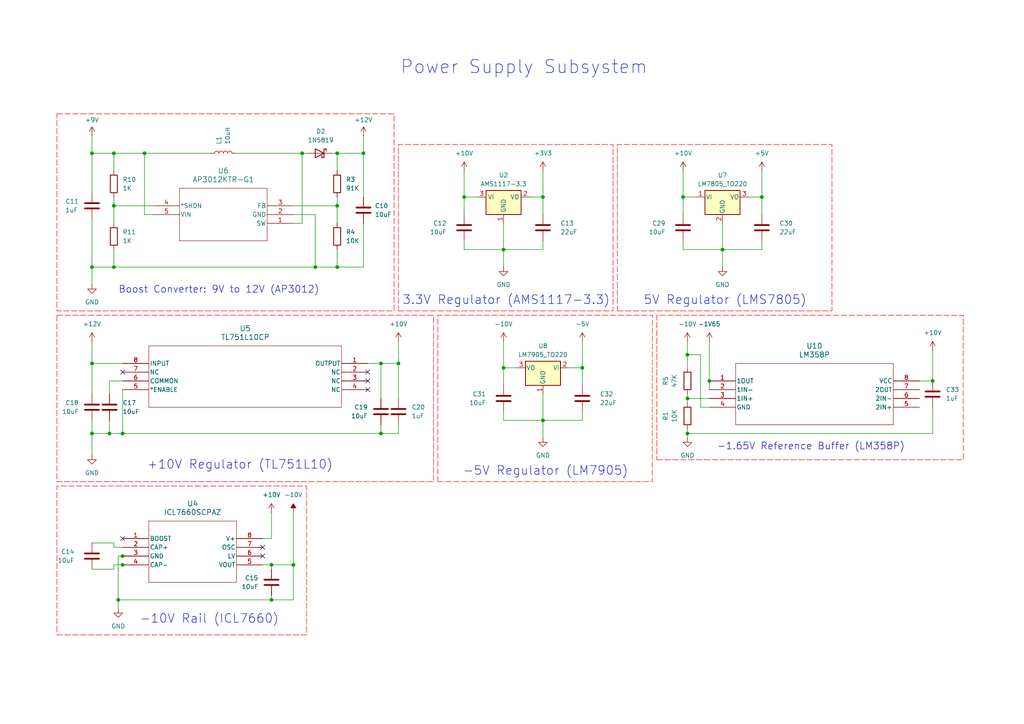
<source format=kicad_sch>
(kicad_sch (version 20250114) (generator "eeschema") (generator_version "9.0")
  (paper "A4")
  (lib_symbols
    (symbol "2025-04-09_23-15-12:TL751L10CP" (pin_names (offset 0.254))
      (property "Reference" "U" (at 35.56 10.16 0))
      (property "Value" "TL751L10CP" (at 35.56 7.62 0))
      (symbol "TL751L10CP_0_1"
        (polyline (pts (xy 7.62 5.08) (xy 7.62 -12.7)) (stroke (width 0.127)))
        (polyline (pts (xy 7.62 -12.7) (xy 63.5 -12.7)) (stroke (width 0.127)))
        (polyline (pts (xy 63.5 5.08) (xy 7.62 5.08)) (stroke (width 0.127)))
        (polyline (pts (xy 63.5 -12.7) (xy 63.5 5.08)) (stroke (width 0.127)))
        (pin output line (at 0 0 0) (length 7.62) (name "OUTPUT") (number "1"))
        (pin unspecified line (at 0 -2.54 0) (length 7.62) (name "NC") (number "2"))
        (pin unspecified line (at 0 -5.08 0) (length 7.62) (name "NC") (number "3"))
        (pin unspecified line (at 0 -7.62 0) (length 7.62) (name "NC") (number "4"))
        (pin input line (at 71.12 0 180) (length 7.62) (name "INPUT") (number "8"))
        (pin unspecified line (at 71.12 -2.54 180) (length 7.62) (name "NC") (number "7"))
        (pin unspecified line (at 71.12 -5.08 180) (length 7.62) (name "COMMON") (number "6"))
        (pin unspecified line (at 71.12 -7.62 180) (length 7.62) (name "*ENABLE") (number "5"))
      )
    )
    (symbol "2025-04-09_23-31-18:ICL7660SCPAZ" (pin_names (offset 0.254))
      (property "Reference" "U" (at 20.32 10.16 0))
      (property "Value" "ICL7660SCPAZ" (at 20.32 7.62 0))
      (symbol "ICL7660SCPAZ_0_1"
        (polyline (pts (xy 7.62 5.08) (xy 7.62 -12.7)) (stroke (width 0.127)))
        (polyline (pts (xy 7.62 -12.7) (xy 33.02 -12.7)) (stroke (width 0.127)))
        (polyline (pts (xy 33.02 5.08) (xy 7.62 5.08)) (stroke (width 0.127)))
        (polyline (pts (xy 33.02 -12.7) (xy 33.02 5.08)) (stroke (width 0.127)))
        (pin unspecified line (at 0 0 0) (length 7.62) (name "BOOST") (number "1"))
        (pin unspecified line (at 0 -2.54 0) (length 7.62) (name "CAP+") (number "2"))
        (pin power_in line (at 0 -5.08 0) (length 7.62) (name "GND") (number "3"))
        (pin unspecified line (at 0 -7.62 0) (length 7.62) (name "CAP-") (number "4"))
        (pin power_in line (at 40.64 0 180) (length 7.62) (name "V+") (number "8"))
        (pin unspecified line (at 40.64 -2.54 180) (length 7.62) (name "OSC") (number "7"))
        (pin unspecified line (at 40.64 -5.08 180) (length 7.62) (name "LV") (number "6"))
        (pin output line (at 40.64 -7.62 180) (length 7.62) (name "VOUT") (number "5"))
      )
    )
    (symbol "2025-04-09_23-40-38:AP3012KTR-G1" (pin_names (offset 0.254))
      (property "Reference" "U6" (at 20.32 10.16 0))
      (property "Value" "AP3012KTR-G1" (at 20.32 7.62 0))
      (symbol "AP3012KTR-G1_0_1"
        (polyline (pts (xy 7.62 5.08) (xy 7.62 -10.16)) (stroke (width 0.127)))
        (polyline (pts (xy 7.62 -10.16) (xy 33.02 -10.16)) (stroke (width 0.127)))
        (polyline (pts (xy 33.02 5.08) (xy 7.62 5.08)) (stroke (width 0.127)))
        (polyline (pts (xy 33.02 -10.16) (xy 33.02 5.08)) (stroke (width 0.127)))
      )
      (symbol "AP3012KTR-G1_1_1"
        (pin unspecified line (at 0 0 0) (length 7.62) (name "*SHDN") (number "4"))
        (pin power_out line (at 0 -2.54 0) (length 7.62) (name "VIN") (number "5"))
        (pin power_in line (at 40.64 0 180) (length 7.62) (name "FB") (number "3"))
        (pin unspecified line (at 40.64 -2.54 180) (length 7.62) (name "GND") (number "2"))
        (pin unspecified line (at 40.64 -5.08 180) (length 7.62) (name "SW") (number "1"))
      )
    )
    (symbol "2025-05-03_03-20-08:LM358P" (pin_names (offset 0.254))
      (property "Reference" "U" (at 30.48 10.16 0))
      (property "Value" "LM358P" (at 30.48 7.62 0))
      (symbol "LM358P_0_1"
        (polyline (pts (xy 7.62 5.08) (xy 7.62 -12.7)) (stroke (width 0.127)))
        (polyline (pts (xy 7.62 -12.7) (xy 53.34 -12.7)) (stroke (width 0.127)))
        (polyline (pts (xy 53.34 5.08) (xy 7.62 5.08)) (stroke (width 0.127)))
        (polyline (pts (xy 53.34 -12.7) (xy 53.34 5.08)) (stroke (width 0.127)))
        (pin output line (at 0 0 0) (length 7.62) (name "1OUT") (number "1"))
        (pin input line (at 0 -2.54 0) (length 7.62) (name "1IN-") (number "2"))
        (pin input line (at 0 -5.08 0) (length 7.62) (name "1IN+") (number "3"))
        (pin power_in line (at 0 -7.62 0) (length 7.62) (name "GND") (number "4"))
        (pin power_in line (at 60.96 0 180) (length 7.62) (name "VCC") (number "8"))
        (pin output line (at 60.96 -2.54 180) (length 7.62) (name "2OUT") (number "7"))
        (pin input line (at 60.96 -5.08 180) (length 7.62) (name "2IN-") (number "6"))
        (pin input line (at 60.96 -7.62 180) (length 7.62) (name "2IN+") (number "5"))
      )
    )
    (symbol "Device:C" (pin_numbers (hide yes)) (pin_names (offset 0.254))
      (property "Reference" "C" (at 0.635 2.54 0))
      (property "Value" "C" (at 0.635 -2.54 0))
      (symbol "C_0_1"
        (polyline (pts (xy -2.032 0.762) (xy 2.032 0.762)) (stroke (width 0.508)))
        (polyline (pts (xy -2.032 -0.762) (xy 2.032 -0.762)) (stroke (width 0.508)))
      )
      (symbol "C_1_1"
        (pin passive line (at 0 3.81 270) (length 2.794) (name "~") (number "1"))
        (pin passive line (at 0 -3.81 90) (length 2.794) (name "~") (number "2"))
      )
    )
    (symbol "Device:L" (pin_numbers (hide yes)) (pin_names (offset 1.016) (hide yes))
      (property "Reference" "L" (at -1.27 0 90))
      (property "Value" "L" (at 1.905 0 90))
      (symbol "L_0_1"
        (arc (start 0 2.54) (mid 0.6323 1.905) (end 0 1.27))
        (arc (start 0 1.27) (mid 0.6323 0.635) (end 0 0))
        (arc (start 0 0) (mid 0.6323 -0.635) (end 0 -1.27))
        (arc (start 0 -1.27) (mid 0.6323 -1.905) (end 0 -2.54))
      )
      (symbol "L_1_1"
        (pin passive line (at 0 3.81 270) (length 1.27) (name "1") (number "1"))
        (pin passive line (at 0 -3.81 90) (length 1.27) (name "2") (number "2"))
      )
    )
    (symbol "Device:R" (pin_numbers (hide yes)) (pin_names (offset 0))
      (property "Reference" "R" (at 2.032 0 90))
      (property "Value" "R" (at 0 0 90))
      (symbol "R_0_1"
        (rectangle (start -1.016 -2.54) (end 1.016 2.54) (stroke (width 0.254)))
      )
      (symbol "R_1_1"
        (pin passive line (at 0 3.81 270) (length 1.27) (name "~") (number "1"))
        (pin passive line (at 0 -3.81 90) (length 1.27) (name "~") (number "2"))
      )
    )
    (symbol "Diode:1N5819" (pin_numbers (hide yes)) (pin_names (offset 1.016) (hide yes))
      (property "Reference" "D" (at 0 2.54 0))
      (property "Value" "1N5819" (at 0 -2.54 0))
      (symbol "1N5819_0_1"
        (polyline (pts (xy -1.905 0.635) (xy -1.905 1.27) (xy -1.27 1.27) (xy -1.27 -1.27) (xy -0.635 -1.27) (xy -0.635 -0.635)) (stroke (width 0.254)))
        (polyline (pts (xy 1.27 1.27) (xy 1.27 -1.27) (xy -1.27 0) (xy 1.27 1.27)) (stroke (width 0.254)))
        (polyline (pts (xy 1.27 0) (xy -1.27 0)))
      )
      (symbol "1N5819_1_1"
        (pin passive line (at -3.81 0 0) (length 2.54) (name "K") (number "1"))
        (pin passive line (at 3.81 0 180) (length 2.54) (name "A") (number "2"))
      )
    )
    (symbol "Regulator_Linear:AMS1117-3.3"
      (property "Reference" "U" (at -3.81 3.175 0))
      (property "Value" "AMS1117-3.3" (at 0 3.175 0))
      (symbol "AMS1117-3.3_0_1"
        (rectangle (start -5.08 -5.08) (end 5.08 1.905) (stroke (width 0.254)) (fill (type background)))
      )
      (symbol "AMS1117-3.3_1_1"
        (pin power_in line (at -7.62 0 0) (length 2.54) (name "VI") (number "3"))
        (pin power_in line (at 0 -7.62 90) (length 2.54) (name "GND") (number "1"))
        (pin power_out line (at 7.62 0 180) (length 2.54) (name "VO") (number "2"))
      )
    )
    (symbol "Regulator_Linear:LM7805_TO220" (pin_names (offset 0.254))
      (property "Reference" "U" (at -3.81 3.175 0))
      (property "Value" "LM7805_TO220" (at 0 3.175 0))
      (symbol "LM7805_TO220_0_1"
        (rectangle (start -5.08 1.905) (end 5.08 -5.08) (stroke (width 0.254)) (fill (type background)))
      )
      (symbol "LM7805_TO220_1_1"
        (pin power_in line (at -7.62 0 0) (length 2.54) (name "VI") (number "1"))
        (pin power_in line (at 0 -7.62 90) (length 2.54) (name "GND") (number "2"))
        (pin power_out line (at 7.62 0 180) (length 2.54) (name "VO") (number "3"))
      )
    )
    (symbol "Regulator_Linear:LM7905_TO220" (pin_names (offset 0.254))
      (property "Reference" "U" (at -3.81 -3.175 0))
      (property "Value" "LM7905_TO220" (at 0 -3.175 0))
      (symbol "LM7905_TO220_0_1"
        (rectangle (start -5.08 5.08) (end 5.08 -1.905) (stroke (width 0.254)) (fill (type background)))
      )
      (symbol "LM7905_TO220_1_1"
        (pin power_in line (at -7.62 0 0) (length 2.54) (name "VI") (number "2"))
        (pin power_in line (at 0 7.62 270) (length 2.54) (name "GND") (number "1"))
        (pin power_out line (at 7.62 0 180) (length 2.54) (name "VO") (number "3"))
      )
    )
    (symbol "power:+10V" (power) (pin_numbers (hide yes)) (pin_names (offset 0) (hide yes))
      (property "Value" "+10V" (at 0 3.556 0))
      (symbol "+10V_0_1"
        (polyline (pts (xy -0.762 1.27) (xy 0 2.54)))
        (polyline (pts (xy 0 2.54) (xy 0.762 1.27)))
        (polyline (pts (xy 0 0) (xy 0 2.54)))
      )
      (symbol "+10V_1_1"
        (pin power_in line (at 0 0 90) (length 0) (name "~") (number "1"))
      )
    )
    (symbol "power:+12V" (power) (pin_numbers (hide yes)) (pin_names (offset 0) (hide yes))
      (property "Value" "+12V" (at 0 3.556 0))
      (symbol "+12V_0_1"
        (polyline (pts (xy -0.762 1.27) (xy 0 2.54)))
        (polyline (pts (xy 0 2.54) (xy 0.762 1.27)))
        (polyline (pts (xy 0 0) (xy 0 2.54)))
      )
      (symbol "+12V_1_1"
        (pin power_in line (at 0 0 90) (length 0) (name "~") (number "1"))
      )
    )
    (symbol "power:+3V3" (power) (pin_numbers (hide yes)) (pin_names (offset 0) (hide yes))
      (property "Value" "+3V3" (at 0 3.556 0))
      (symbol "+3V3_0_1"
        (polyline (pts (xy -0.762 1.27) (xy 0 2.54)))
        (polyline (pts (xy 0 2.54) (xy 0.762 1.27)))
        (polyline (pts (xy 0 0) (xy 0 2.54)))
      )
      (symbol "+3V3_1_1"
        (pin power_in line (at 0 0 90) (length 0) (name "~") (number "1"))
      )
    )
    (symbol "power:+9V" (power) (pin_numbers (hide yes)) (pin_names (offset 0) (hide yes))
      (property "Value" "+9V" (at 0 3.556 0))
      (symbol "+9V_0_1"
        (polyline (pts (xy -0.762 1.27) (xy 0 2.54)))
        (polyline (pts (xy 0 2.54) (xy 0.762 1.27)))
        (polyline (pts (xy 0 0) (xy 0 2.54)))
      )
      (symbol "+9V_1_1"
        (pin power_in line (at 0 0 90) (length 0) (name "~") (number "1"))
      )
    )
    (symbol "power:-10V" (power) (pin_numbers (hide yes)) (pin_names (offset 0) (hide yes))
      (property "Value" "-10V" (at 0 3.556 0))
      (symbol "-10V_0_0"
        (pin power_in line (at 0 0 90) (length 0) (name "~") (number "1"))
      )
      (symbol "-10V_0_1"
        (polyline (pts (xy 0 0) (xy 0 1.27) (xy 0.762 1.27) (xy 0 2.54) (xy -0.762 1.27) (xy 0 1.27)) (fill (type outline)))
      )
    )
    (symbol "power:GND" (power) (pin_numbers (hide yes)) (pin_names (offset 0) (hide yes))
      (property "Value" "GND" (at 0 -3.81 0))
      (symbol "GND_0_1"
        (polyline (pts (xy 0 0) (xy 0 -1.27) (xy 1.27 -1.27) (xy 0 -2.54) (xy -1.27 -1.27) (xy 0 -1.27)))
      )
      (symbol "GND_1_1"
        (pin power_in line (at 0 0 270) (length 0) (name "~") (number "1"))
      )
    )
  )
  (text "Power Supply Subsystem " (at 153.416 19.558 0) (effects (font (size 3.81 3.81))))
  (text "-1.65V Reference Buffer (LM358P)" (at 235.204 129.54 0) (effects (font (size 2.032 2.032))))
  (text "5V Regulator (LMS7805)" (at 210.312 87.122 0) (effects (font (size 2.54 2.54))))
  (text "+10V Regulator (TL751L10)" (at 69.596 134.874 0) (effects (font (size 2.54 2.54))))
  (text "-5V Regulator (LM7905)" (at 158.242 136.652 0) (effects (font (size 2.54 2.54))))
  (text "−10V Rail (ICL7660)" (at 60.706 179.578 0) (effects (font (size 2.54 2.54))))
  (text "Boost Converter: 9V to 12V (AP3012)" (at 63.5 84.074 0) (effects (font (size 2.032 2.032))))
  (text "3.3V Regulator (AMS1117-3.3)" (at 146.812 87.122 0) (effects (font (size 2.54 2.54))))
  (junction (at 97.79 77.47))
  (junction (at 168.91 106.68))
  (junction (at 41.91 44.45))
  (junction (at 97.79 59.69))
  (junction (at 199.39 125.73))
  (junction (at 146.05 72.39))
  (junction (at 209.55 72.39))
  (junction (at 31.75 125.73))
  (junction (at 270.51 110.49))
  (junction (at 26.67 105.41))
  (junction (at 105.41 44.45))
  (junction (at 78.74 163.83))
  (junction (at 97.79 44.45))
  (junction (at 35.56 161.29))
  (junction (at 157.48 57.15))
  (junction (at 205.74 110.49))
  (junction (at 26.67 44.45))
  (junction (at 146.05 106.68))
  (junction (at 110.49 105.41))
  (junction (at 33.02 59.69))
  (junction (at 35.56 125.73))
  (junction (at 33.02 44.45))
  (junction (at 199.39 115.57))
  (junction (at 115.57 105.41))
  (junction (at 26.67 77.47))
  (junction (at 110.49 125.73))
  (junction (at 85.09 163.83))
  (junction (at 78.74 173.99))
  (junction (at 26.67 125.73))
  (junction (at 199.39 102.87))
  (junction (at 198.12 57.15))
  (junction (at 34.29 173.99))
  (junction (at 35.56 163.83))
  (junction (at 33.02 77.47))
  (junction (at 91.44 77.47))
  (junction (at 220.98 57.15))
  (junction (at 157.48 121.92))
  (junction (at 87.63 44.45))
  (junction (at 134.62 57.15))
  (no_connect (at 35.56 107.95))
  (no_connect (at 76.2 161.29))
  (no_connect (at 106.68 107.95))
  (no_connect (at 106.68 110.49))
  (no_connect (at 35.56 156.21))
  (no_connect (at 106.68 113.03))
  (no_connect (at 76.2 158.75))
  (wire (pts (xy 33.02 165.1) (xy 26.67 165.1)))
  (wire (pts (xy 26.67 132.08) (xy 26.67 125.73)))
  (wire (pts (xy 146.05 106.68) (xy 146.05 111.76)))
  (wire (pts (xy 165.1 106.68) (xy 168.91 106.68)))
  (wire (pts (xy 33.02 157.48) (xy 33.02 158.75)))
  (wire (pts (xy 26.67 105.41) (xy 26.67 114.3)))
  (wire (pts (xy 199.39 127) (xy 199.39 125.73)))
  (wire (pts (xy 33.02 59.69) (xy 33.02 64.77)))
  (wire (pts (xy 41.91 62.23) (xy 41.91 44.45)))
  (wire (pts (xy 85.09 163.83) (xy 85.09 173.99)))
  (wire (pts (xy 31.75 121.92) (xy 31.75 125.73)))
  (wire (pts (xy 153.67 57.15) (xy 157.48 57.15)))
  (wire (pts (xy 85.09 59.69) (xy 97.79 59.69)))
  (wire (pts (xy 87.63 44.45) (xy 87.63 64.77)))
  (wire (pts (xy 105.41 39.37) (xy 105.41 44.45)))
  (wire (pts (xy 157.48 69.85) (xy 157.48 72.39)))
  (wire (pts (xy 220.98 72.39) (xy 209.55 72.39)))
  (wire (pts (xy 26.67 125.73) (xy 31.75 125.73)))
  (wire (pts (xy 149.86 106.68) (xy 146.05 106.68)))
  (wire (pts (xy 198.12 69.85) (xy 198.12 72.39)))
  (wire (pts (xy 85.09 148.59) (xy 85.09 163.83)))
  (wire (pts (xy 38.1 161.29) (xy 35.56 161.29)))
  (wire (pts (xy 199.39 99.06) (xy 199.39 102.87)))
  (wire (pts (xy 78.74 173.99) (xy 85.09 173.99)))
  (wire (pts (xy 157.48 72.39) (xy 146.05 72.39)))
  (wire (pts (xy 157.48 57.15) (xy 157.48 62.23)))
  (wire (pts (xy 31.75 110.49) (xy 31.75 114.3)))
  (wire (pts (xy 134.62 57.15) (xy 134.62 62.23)))
  (wire (pts (xy 203.2 118.11) (xy 203.2 102.87)))
  (wire (pts (xy 26.67 121.92) (xy 26.67 125.73)))
  (wire (pts (xy 78.74 165.1) (xy 78.74 163.83)))
  (wire (pts (xy 97.79 72.39) (xy 97.79 77.47)))
  (wire (pts (xy 76.2 156.21) (xy 78.74 156.21)))
  (wire (pts (xy 205.74 99.06) (xy 205.74 110.49)))
  (wire (pts (xy 26.67 39.37) (xy 26.67 44.45)))
  (wire (pts (xy 35.56 163.83) (xy 33.02 163.83)))
  (wire (pts (xy 26.67 44.45) (xy 33.02 44.45)))
  (wire (pts (xy 35.56 110.49) (xy 31.75 110.49)))
  (wire (pts (xy 209.55 72.39) (xy 209.55 77.47)))
  (wire (pts (xy 105.41 77.47) (xy 97.79 77.47)))
  (wire (pts (xy 91.44 62.23) (xy 91.44 77.47)))
  (wire (pts (xy 33.02 77.47) (xy 91.44 77.47)))
  (wire (pts (xy 134.62 72.39) (xy 146.05 72.39)))
  (wire (pts (xy 198.12 72.39) (xy 209.55 72.39)))
  (wire (pts (xy 35.56 161.29) (xy 34.29 161.29)))
  (wire (pts (xy 115.57 123.19) (xy 115.57 125.73)))
  (wire (pts (xy 199.39 102.87) (xy 199.39 106.68)))
  (wire (pts (xy 33.02 57.15) (xy 33.02 59.69)))
  (wire (pts (xy 199.39 116.84) (xy 199.39 115.57)))
  (wire (pts (xy 157.48 121.92) (xy 157.48 127)))
  (wire (pts (xy 33.02 72.39) (xy 33.02 77.47)))
  (wire (pts (xy 35.56 113.03) (xy 35.56 125.73)))
  (wire (pts (xy 134.62 69.85) (xy 134.62 72.39)))
  (wire (pts (xy 199.39 115.57) (xy 205.74 115.57)))
  (wire (pts (xy 168.91 121.92) (xy 157.48 121.92)))
  (wire (pts (xy 270.51 125.73) (xy 199.39 125.73)))
  (wire (pts (xy 97.79 44.45) (xy 96.52 44.45)))
  (wire (pts (xy 85.09 62.23) (xy 91.44 62.23)))
  (wire (pts (xy 146.05 119.38) (xy 146.05 121.92)))
  (wire (pts (xy 134.62 49.53) (xy 134.62 57.15)))
  (wire (pts (xy 78.74 163.83) (xy 85.09 163.83)))
  (wire (pts (xy 33.02 44.45) (xy 33.02 49.53)))
  (wire (pts (xy 203.2 102.87) (xy 199.39 102.87)))
  (wire (pts (xy 220.98 49.53) (xy 220.98 57.15)))
  (wire (pts (xy 198.12 49.53) (xy 198.12 57.15)))
  (wire (pts (xy 38.1 163.83) (xy 35.56 163.83)))
  (wire (pts (xy 105.41 44.45) (xy 97.79 44.45)))
  (wire (pts (xy 87.63 44.45) (xy 88.9 44.45)))
  (wire (pts (xy 34.29 176.53) (xy 34.29 173.99)))
  (wire (pts (xy 85.09 64.77) (xy 87.63 64.77)))
  (wire (pts (xy 205.74 118.11) (xy 203.2 118.11)))
  (wire (pts (xy 270.51 101.6) (xy 270.51 110.49)))
  (wire (pts (xy 106.68 105.41) (xy 110.49 105.41)))
  (wire (pts (xy 138.43 57.15) (xy 134.62 57.15)))
  (wire (pts (xy 270.51 118.11) (xy 270.51 125.73)))
  (wire (pts (xy 220.98 57.15) (xy 220.98 62.23)))
  (wire (pts (xy 168.91 106.68) (xy 168.91 111.76)))
  (wire (pts (xy 199.39 114.3) (xy 199.39 115.57)))
  (wire (pts (xy 110.49 105.41) (xy 110.49 115.57)))
  (wire (pts (xy 201.93 57.15) (xy 198.12 57.15)))
  (wire (pts (xy 199.39 124.46) (xy 199.39 125.73)))
  (wire (pts (xy 33.02 59.69) (xy 44.45 59.69)))
  (wire (pts (xy 97.79 44.45) (xy 97.79 49.53)))
  (wire (pts (xy 105.41 44.45) (xy 105.41 57.15)))
  (wire (pts (xy 31.75 125.73) (xy 35.56 125.73)))
  (wire (pts (xy 26.67 105.41) (xy 35.56 105.41)))
  (wire (pts (xy 97.79 57.15) (xy 97.79 59.69)))
  (wire (pts (xy 209.55 64.77) (xy 209.55 72.39)))
  (wire (pts (xy 115.57 99.06) (xy 115.57 105.41)))
  (wire (pts (xy 26.67 77.47) (xy 26.67 82.55)))
  (wire (pts (xy 97.79 77.47) (xy 91.44 77.47)))
  (wire (pts (xy 78.74 172.72) (xy 78.74 173.99)))
  (wire (pts (xy 34.29 161.29) (xy 34.29 173.99)))
  (wire (pts (xy 146.05 99.06) (xy 146.05 106.68)))
  (wire (pts (xy 87.63 44.45) (xy 68.58 44.45)))
  (wire (pts (xy 157.48 49.53) (xy 157.48 57.15)))
  (wire (pts (xy 41.91 44.45) (xy 60.96 44.45)))
  (wire (pts (xy 146.05 72.39) (xy 146.05 77.47)))
  (wire (pts (xy 35.56 125.73) (xy 110.49 125.73)))
  (wire (pts (xy 266.7 110.49) (xy 270.51 110.49)))
  (wire (pts (xy 33.02 163.83) (xy 33.02 165.1)))
  (wire (pts (xy 26.67 99.06) (xy 26.67 105.41)))
  (wire (pts (xy 198.12 57.15) (xy 198.12 62.23)))
  (wire (pts (xy 217.17 57.15) (xy 220.98 57.15)))
  (wire (pts (xy 168.91 99.06) (xy 168.91 106.68)))
  (wire (pts (xy 146.05 121.92) (xy 157.48 121.92)))
  (wire (pts (xy 115.57 125.73) (xy 110.49 125.73)))
  (wire (pts (xy 26.67 63.5) (xy 26.67 77.47)))
  (wire (pts (xy 205.74 113.03) (xy 205.74 110.49)))
  (wire (pts (xy 33.02 158.75) (xy 35.56 158.75)))
  (wire (pts (xy 157.48 114.3) (xy 157.48 121.92)))
  (wire (pts (xy 44.45 62.23) (xy 41.91 62.23)))
  (wire (pts (xy 105.41 64.77) (xy 105.41 77.47)))
  (wire (pts (xy 115.57 105.41) (xy 115.57 115.57)))
  (wire (pts (xy 26.67 157.48) (xy 33.02 157.48)))
  (wire (pts (xy 220.98 69.85) (xy 220.98 72.39)))
  (wire (pts (xy 34.29 173.99) (xy 78.74 173.99)))
  (wire (pts (xy 168.91 119.38) (xy 168.91 121.92)))
  (wire (pts (xy 78.74 163.83) (xy 76.2 163.83)))
  (wire (pts (xy 97.79 59.69) (xy 97.79 64.77)))
  (wire (pts (xy 33.02 44.45) (xy 41.91 44.45)))
  (wire (pts (xy 146.05 64.77) (xy 146.05 72.39)))
  (wire (pts (xy 26.67 44.45) (xy 26.67 55.88)))
  (wire (pts (xy 110.49 105.41) (xy 115.57 105.41)))
  (wire (pts (xy 78.74 148.59) (xy 78.74 156.21)))
  (wire (pts (xy 26.67 77.47) (xy 33.02 77.47)))
  (wire (pts (xy 110.49 123.19) (xy 110.49 125.73)))
  (rule_area (polyline (pts (xy 190.5 133.35) (xy 279.4 133.35) (xy 279.4 91.44) (xy 190.5 91.44)) (stroke (width 0) (type dash))))
  (rule_area (polyline (pts (xy 16.51 184.15) (xy 88.9 184.15) (xy 88.9 140.97) (xy 16.51 140.97)) (stroke (width 0) (type dash))))
  (rule_area (polyline (pts (xy 127 139.7) (xy 189.23 139.7) (xy 189.23 91.44) (xy 127 91.44)) (stroke (width 0) (type dash))))
  (rule_area (polyline (pts (xy 16.51 91.44) (xy 125.73 91.44) (xy 125.73 139.7) (xy 16.51 139.7)) (stroke (width 0) (type dash))))
  (rule_area (polyline (pts (xy 115.57 90.17) (xy 177.8 90.17) (xy 177.8 41.91) (xy 115.57 41.91)) (stroke (width 0) (type dash))))
  (rule_area (polyline (pts (xy 16.51 33.02) (xy 114.3 33.02) (xy 114.3 90.17) (xy 16.51 90.17)) (stroke (width 0) (type dash))))
  (rule_area (polyline (pts (xy 179.07 90.17) (xy 241.3 90.17) (xy 241.3 41.91) (xy 179.07 41.91)) (stroke (width 0) (type dash))))
  (symbol (lib_id "Device:C") (at 134.62 66.04 0) (mirror y) (unit 1)
    (property "Reference" "C12" (at 129.54 64.7699 0) (effects (justify left)))
    (property "Value" "10uF" (at 129.54 67.3099 0) (effects (justify left)))
    (property "Description" "Unpolarized capacitor" (effects (hide yes)))
  )
  (symbol (lib_id "Device:R") (at 33.02 53.34 0) (unit 1)
    (property "Reference" "R10" (at 35.56 52.0699 0) (effects (justify left)))
    (property "Value" "1K" (at 35.56 54.6099 0) (effects (justify left)))
    (property "Description" "Resistor" (effects (hide yes)))
  )
  (symbol (lib_id "power:+3V3") (at 168.91 99.06 0) (unit 1)
    (property "Reference" "#PWR035" (effects (hide yes)))
    (property "Value" "-5V" (at 168.91 93.98 0))
    (property "Description" "Power symbol creates a global label with name \"+3V3\"" (effects (hide yes)))
  )
  (symbol (lib_id "power:+10V") (at 270.51 101.6 0) (unit 1)
    (property "Reference" "#PWR038" (effects (hide yes)))
    (property "Value" "+10V" (at 270.51 96.52 0))
    (property "Description" "Power symbol creates a global label with name \"+10V\"" (effects (hide yes)))
  )
  (symbol (lib_id "power:+10V") (at 134.62 49.53 0) (unit 1)
    (property "Reference" "#PWR028" (effects (hide yes)))
    (property "Value" "+10V" (at 134.62 44.45 0))
    (property "Description" "Power symbol creates a global label with name \"+10V\"" (effects (hide yes)))
  )
  (symbol (lib_id "Device:C") (at 146.05 115.57 0) (mirror y) (unit 1)
    (property "Reference" "C31" (at 140.97 114.2999 0) (effects (justify left)))
    (property "Value" "10uF" (at 140.97 116.8399 0) (effects (justify left)))
    (property "Description" "Unpolarized capacitor" (effects (hide yes)))
  )
  (symbol (lib_id "Regulator_Linear:LM7805_TO220") (at 209.55 57.15 0) (unit 1)
    (property "Reference" "U7" (at 209.55 50.8 0))
    (property "Value" "LM7805_TO220" (at 209.55 53.34 0))
    (property "Footprint" "Package_TO_SOT_THT:TO-220-3_Vertical" (effects (hide yes)))
    (property "Datasheet" "https://www.onsemi.cn/PowerSolutions/document/MC7800-D.PDF" (effects (hide yes)))
    (property "Description" "Positive 1A 35V Linear Regulator, Fixed Output 5V, TO-220" (effects (hide yes)))
  )
  (symbol (lib_id "Device:L") (at 64.77 44.45 90) (unit 1)
    (property "Reference" "L1" (at 63.4999 41.91 0) (effects (justify left)))
    (property "Value" "10uH" (at 66.0399 41.91 0) (effects (justify left)))
    (property "Description" "Inductor" (effects (hide yes)))
  )
  (symbol (lib_id "power:-10V") (at 85.09 148.59 0) (unit 1)
    (property "Reference" "#PWR031" (effects (hide yes)))
    (property "Value" "-10V" (at 85.09 143.51 0))
    (property "Description" "Power symbol creates a global label with name \"-10V\"" (effects (hide yes)))
  )
  (symbol (lib_id "power:GND") (at 26.67 132.08 0) (unit 1)
    (property "Reference" "#PWR012" (effects (hide yes)))
    (property "Value" "GND" (at 26.67 137.16 0))
    (property "Description" "Power symbol creates a global label with name \"GND\" , ground" (effects (hide yes)))
  )
  (symbol (lib_id "Device:C") (at 115.57 119.38 0) (unit 1)
    (property "Reference" "C20" (at 119.38 118.1099 0) (effects (justify left)))
    (property "Value" "1uF" (at 119.38 120.6499 0) (effects (justify left)))
    (property "Description" "Unpolarized capacitor" (effects (hide yes)))
  )
  (symbol (lib_id "Device:R") (at 97.79 68.58 0) (unit 1)
    (property "Reference" "R4" (at 100.33 67.3099 0) (effects (justify left)))
    (property "Value" "10K" (at 100.33 69.8499 0) (effects (justify left)))
    (property "Description" "Resistor" (effects (hide yes)))
  )
  (symbol (lib_id "2025-04-09_23-40-38:AP3012KTR-G1") (at 44.45 59.69 0) (unit 1)
    (property "Reference" "U6" (at 64.77 49.53 0) (effects (font (size 1.524 1.524))))
    (property "Value" "AP3012KTR-G1" (at 64.77 52.07 0) (effects (font (size 1.524 1.524))))
    (property "Footprint" "SOT-23-5_DIO" (effects (hide yes)))
    (property "Datasheet" "AP3012KTR-G1" (effects (hide yes)))
  )
  (symbol (lib_id "2025-04-09_23-15-12:TL751L10CP") (at 106.68 105.41 0) (mirror y) (unit 1)
    (property "Reference" "U5" (at 71.12 95.25 0) (effects (font (size 1.524 1.524))))
    (property "Value" "TL751L10CP" (at 71.12 97.79 0) (effects (font (size 1.524 1.524))))
    (property "Footprint" "P8_TEX" (effects (hide yes)))
    (property "Datasheet" "TL751L10CP" (effects (hide yes)))
  )
  (symbol (lib_id "2025-04-09_23-31-18:ICL7660SCPAZ") (at 35.56 156.21 0) (unit 1)
    (property "Reference" "U4" (at 55.88 146.05 0) (effects (font (size 1.524 1.524))))
    (property "Value" "ICL7660SCPAZ" (at 55.88 148.59 0) (effects (font (size 1.524 1.524))))
    (property "Footprint" "PDIP8_7P11X10P16_INR" (effects (hide yes)))
    (property "Datasheet" "ICL7660SCPAZ" (effects (hide yes)))
  )
  (symbol (lib_id "power:+10V") (at 146.05 99.06 0) (unit 1)
    (property "Reference" "#PWR034" (effects (hide yes)))
    (property "Value" "-10V" (at 146.05 93.98 0))
    (property "Description" "Power symbol creates a global label with name \"+10V\"" (effects (hide yes)))
  )
  (symbol (lib_id "2025-05-03_03-20-08:LM358P") (at 205.74 110.49 0) (unit 1)
    (property "Reference" "U10" (at 236.22 100.33 0) (effects (font (size 1.524 1.524))))
    (property "Value" "LM358P" (at 236.22 102.87 0) (effects (font (size 1.524 1.524))))
    (property "Footprint" "P8" (effects (hide yes)))
    (property "Datasheet" "LM358P" (effects (hide yes)))
  )
  (symbol (lib_id "power:+12V") (at 105.41 39.37 0) (unit 1)
    (property "Reference" "#PWR025" (effects (hide yes)))
    (property "Value" "+12V" (at 105.41 34.798 0))
    (property "Description" "Power symbol creates a global label with name \"+12V\"" (effects (hide yes)))
  )
  (symbol (lib_id "power:+10V") (at 198.12 49.53 0) (unit 1)
    (property "Reference" "#PWR032" (effects (hide yes)))
    (property "Value" "+10V" (at 198.12 44.45 0))
    (property "Description" "Power symbol creates a global label with name \"+10V\"" (effects (hide yes)))
  )
  (symbol (lib_id "Device:C") (at 26.67 59.69 0) (mirror y) (unit 1)
    (property "Reference" "C11" (at 22.86 58.42 0) (effects (justify left)))
    (property "Value" "1uF" (at 22.606 60.96 0) (effects (justify left)))
    (property "Description" "Unpolarized capacitor" (effects (hide yes)))
  )
  (symbol (lib_id "Device:C") (at 31.75 118.11 0) (unit 1)
    (property "Reference" "C17" (at 35.56 116.8399 0) (effects (justify left)))
    (property "Value" "10uF" (at 35.56 119.3799 0) (effects (justify left)))
    (property "Description" "Unpolarized capacitor" (effects (hide yes)))
  )
  (symbol (lib_id "Device:C") (at 110.49 119.38 0) (mirror y) (unit 1)
    (property "Reference" "C19" (at 106.68 118.1099 0) (effects (justify left)))
    (property "Value" "10uF" (at 106.68 120.6499 0) (effects (justify left)))
    (property "Description" "Unpolarized capacitor" (effects (hide yes)))
  )
  (symbol (lib_id "power:+10V") (at 199.39 99.06 0) (unit 1)
    (property "Reference" "#PWR036" (effects (hide yes)))
    (property "Value" "-10V" (at 199.39 93.98 0))
    (property "Description" "Power symbol creates a global label with name \"+10V\"" (effects (hide yes)))
  )
  (symbol (lib_id "power:GND") (at 157.48 127 0) (unit 1)
    (property "Reference" "#PWR016" (effects (hide yes)))
    (property "Value" "GND" (at 157.48 132.08 0))
    (property "Description" "Power symbol creates a global label with name \"GND\" , ground" (effects (hide yes)))
  )
  (symbol (lib_id "power:+10V") (at 78.74 148.59 0) (unit 1)
    (property "Reference" "#PWR030" (effects (hide yes)))
    (property "Value" "+10V" (at 78.74 143.51 0))
    (property "Description" "Power symbol creates a global label with name \"+10V\"" (effects (hide yes)))
  )
  (symbol (lib_id "Device:C") (at 26.67 118.11 0) (mirror y) (unit 1)
    (property "Reference" "C18" (at 22.86 116.8399 0) (effects (justify left)))
    (property "Value" "10uF" (at 22.86 119.3799 0) (effects (justify left)))
    (property "Description" "Unpolarized capacitor" (effects (hide yes)))
  )
  (symbol (lib_id "power:GND") (at 146.05 77.47 0) (unit 1)
    (property "Reference" "#PWR011" (effects (hide yes)))
    (property "Value" "GND" (at 146.05 82.55 0))
    (property "Description" "Power symbol creates a global label with name \"GND\" , ground" (effects (hide yes)))
  )
  (symbol (lib_id "power:+12V") (at 26.67 99.06 0) (unit 1)
    (property "Reference" "#PWR026" (effects (hide yes)))
    (property "Value" "+12V" (at 26.67 93.98 0))
    (property "Description" "Power symbol creates a global label with name \"+12V\"" (effects (hide yes)))
  )
  (symbol (lib_id "Device:C") (at 198.12 66.04 0) (mirror y) (unit 1)
    (property "Reference" "C29" (at 193.04 64.7699 0) (effects (justify left)))
    (property "Value" "10uF" (at 193.04 67.3099 0) (effects (justify left)))
    (property "Description" "Unpolarized capacitor" (effects (hide yes)))
  )
  (symbol (lib_id "power:+10V") (at 205.74 99.06 0) (unit 1)
    (property "Reference" "#PWR039" (effects (hide yes)))
    (property "Value" "-1V65" (at 205.74 93.98 0))
    (property "Description" "Power symbol creates a global label with name \"+10V\"" (effects (hide yes)))
  )
  (symbol (lib_id "power:+9V") (at 26.67 39.37 0) (unit 1)
    (property "Reference" "#PWR024" (effects (hide yes)))
    (property "Value" "+9V" (at 26.67 34.798 0))
    (property "Description" "Power symbol creates a global label with name \"+9V\"" (effects (hide yes)))
  )
  (symbol (lib_id "Regulator_Linear:LM7905_TO220") (at 157.48 106.68 180) (unit 1)
    (property "Reference" "U8" (at 157.48 100.33 0))
    (property "Value" "LM7905_TO220" (at 157.48 102.87 0))
    (property "Footprint" "Package_TO_SOT_THT:TO-220-3_Vertical" (effects (hide yes)))
    (property "Datasheet" "https://www.onsemi.com/pub/Collateral/MC7900-D.PDF" (effects (hide yes)))
    (property "Description" "Negative 1A 35V Linear Regulator, Fixed Output 5V, TO-220" (effects (hide yes)))
  )
  (symbol (lib_id "power:GND") (at 26.67 82.55 0) (unit 1)
    (property "Reference" "#PWR010" (effects (hide yes)))
    (property "Value" "GND" (at 26.67 87.63 0))
    (property "Description" "Power symbol creates a global label with name \"GND\" , ground" (effects (hide yes)))
  )
  (symbol (lib_id "Device:C") (at 105.41 60.96 0) (unit 1)
    (property "Reference" "C10" (at 108.712 59.69 0) (effects (justify left)))
    (property "Value" "10uF" (at 108.712 62.23 0) (effects (justify left)))
    (property "Description" "Unpolarized capacitor" (effects (hide yes)))
  )
  (symbol (lib_id "power:GND") (at 34.29 176.53 0) (unit 1)
    (property "Reference" "#PWR014" (effects (hide yes)))
    (property "Value" "GND" (at 34.29 181.61 0))
    (property "Description" "Power symbol creates a global label with name \"GND\" , ground" (effects (hide yes)))
  )
  (symbol (lib_id "Device:R") (at 33.02 68.58 0) (unit 1)
    (property "Reference" "R11" (at 35.56 67.3099 0) (effects (justify left)))
    (property "Value" "1K" (at 35.56 69.8499 0) (effects (justify left)))
    (property "Description" "Resistor" (effects (hide yes)))
  )
  (symbol (lib_id "Device:R") (at 97.79 53.34 0) (unit 1)
    (property "Reference" "R3" (at 100.33 52.0699 0) (effects (justify left)))
    (property "Value" "91K" (at 100.33 54.6099 0) (effects (justify left)))
    (property "Description" "Resistor" (effects (hide yes)))
  )
  (symbol (lib_id "Diode:1N5819") (at 92.71 44.45 0) (mirror y) (unit 1)
    (property "Reference" "D2" (at 93.0275 38.1 0))
    (property "Value" "1N5819" (at 93.0275 40.64 0))
    (property "Footprint" "Diode_THT:D_DO-41_SOD81_P10.16mm_Horizontal" (effects (hide yes)))
    (property "Datasheet" "http://www.vishay.com/docs/88525/1n5817.pdf" (effects (hide yes)))
    (property "Description" "40V 1A Schottky Barrier Rectifier Diode, DO-41" (effects (hide yes)))
  )
  (symbol (lib_id "power:+10V") (at 115.57 99.06 0) (unit 1)
    (property "Reference" "#PWR027" (effects (hide yes)))
    (property "Value" "+10V" (at 115.57 93.98 0))
    (property "Description" "Power symbol creates a global label with name \"+10V\"" (effects (hide yes)))
  )
  (symbol (lib_id "Regulator_Linear:AMS1117-3.3") (at 146.05 57.15 0) (unit 1)
    (property "Reference" "U2" (at 146.05 50.8 0))
    (property "Value" "AMS1117-3.3" (at 146.05 53.34 0))
    (property "Footprint" "Package_TO_SOT_SMD:SOT-223-3_TabPin2" (effects (hide yes)))
    (property "Datasheet" "http://www.advanced-monolithic.com/pdf/ds1117.pdf" (effects (hide yes)))
    (property "Description" "1A Low Dropout regulator, positive, 3.3V fixed output, SOT-223" (effects (hide yes)))
  )
  (symbol (lib_id "power:+3V3") (at 157.48 49.53 0) (unit 1)
    (property "Reference" "#PWR029" (effects (hide yes)))
    (property "Value" "+3V3" (at 157.48 44.45 0))
    (property "Description" "Power symbol creates a global label with name \"+3V3\"" (effects (hide yes)))
  )
  (symbol (lib_id "Device:C") (at 26.67 161.29 0) (mirror y) (unit 1)
    (property "Reference" "C14" (at 21.59 160.0199 0) (effects (justify left)))
    (property "Value" "10uF" (at 21.59 162.5599 0) (effects (justify left)))
    (property "Description" "Unpolarized capacitor" (effects (hide yes)))
  )
  (symbol (lib_id "Device:C") (at 168.91 115.57 0) (unit 1)
    (property "Reference" "C32" (at 173.99 114.2999 0) (effects (justify left)))
    (property "Value" "22uF" (at 173.99 116.8399 0) (effects (justify left)))
    (property "Description" "Unpolarized capacitor" (effects (hide yes)))
  )
  (symbol (lib_id "power:GND") (at 199.39 127 0) (unit 1)
    (property "Reference" "#PWR037" (effects (hide yes)))
    (property "Value" "GND" (at 199.39 132.08 0))
    (property "Description" "Power symbol creates a global label with name \"GND\" , ground" (effects (hide yes)))
  )
  (symbol (lib_id "Device:C") (at 270.51 114.3 0) (unit 1)
    (property "Reference" "C33" (at 274.32 113.0299 0) (effects (justify left)))
    (property "Value" "1uF" (at 274.32 115.5699 0) (effects (justify left)))
    (property "Description" "Unpolarized capacitor" (effects (hide yes)))
  )
  (symbol (lib_id "power:GND") (at 209.55 77.47 0) (unit 1)
    (property "Reference" "#PWR015" (effects (hide yes)))
    (property "Value" "GND" (at 209.55 82.55 0))
    (property "Description" "Power symbol creates a global label with name \"GND\" , ground" (effects (hide yes)))
  )
  (symbol (lib_id "Device:R") (at 199.39 120.65 180) (unit 1)
    (property "Reference" "R1" (at 193.04 120.65 90))
    (property "Value" "10K" (at 195.58 120.65 90))
    (property "Description" "Resistor" (effects (hide yes)))
  )
  (symbol (lib_id "power:+3V3") (at 220.98 49.53 0) (unit 1)
    (property "Reference" "#PWR033" (effects (hide yes)))
    (property "Value" "+5V" (at 220.98 44.45 0))
    (property "Description" "Power symbol creates a global label with name \"+3V3\"" (effects (hide yes)))
  )
  (symbol (lib_id "Device:R") (at 199.39 110.49 0) (unit 1)
    (property "Reference" "R5" (at 193.04 110.49 90))
    (property "Value" "47K" (at 195.58 110.49 90))
    (property "Description" "Resistor" (effects (hide yes)))
  )
  (symbol (lib_id "Device:C") (at 157.48 66.04 0) (unit 1)
    (property "Reference" "C13" (at 162.56 64.7699 0) (effects (justify left)))
    (property "Value" "22uF" (at 162.56 67.3099 0) (effects (justify left)))
    (property "Description" "Unpolarized capacitor" (effects (hide yes)))
  )
  (symbol (lib_id "Device:C") (at 78.74 168.91 0) (mirror y) (unit 1)
    (property "Reference" "C15" (at 74.93 167.64 0) (effects (justify left)))
    (property "Value" "10uF" (at 74.93 170.18 0) (effects (justify left)))
    (property "Description" "Unpolarized capacitor" (effects (hide yes)))
  )
  (symbol (lib_id "Device:C") (at 220.98 66.04 0) (unit 1)
    (property "Reference" "C30" (at 226.06 64.7699 0) (effects (justify left)))
    (property "Value" "22uF" (at 226.06 67.3099 0) (effects (justify left)))
    (property "Description" "Unpolarized capacitor" (effects (hide yes)))
  )
)
</source>
